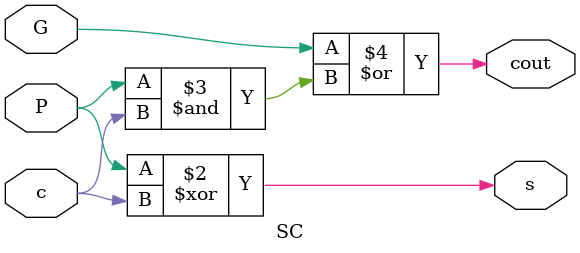
<source format=v>
`timescale 1ns / 1ps

module SC (input P, G, c,
           output reg s, cout);
  
    always @ (*) begin
        s = P ^ c;
        cout = G | P & c;
    end            
            
endmodule

</source>
